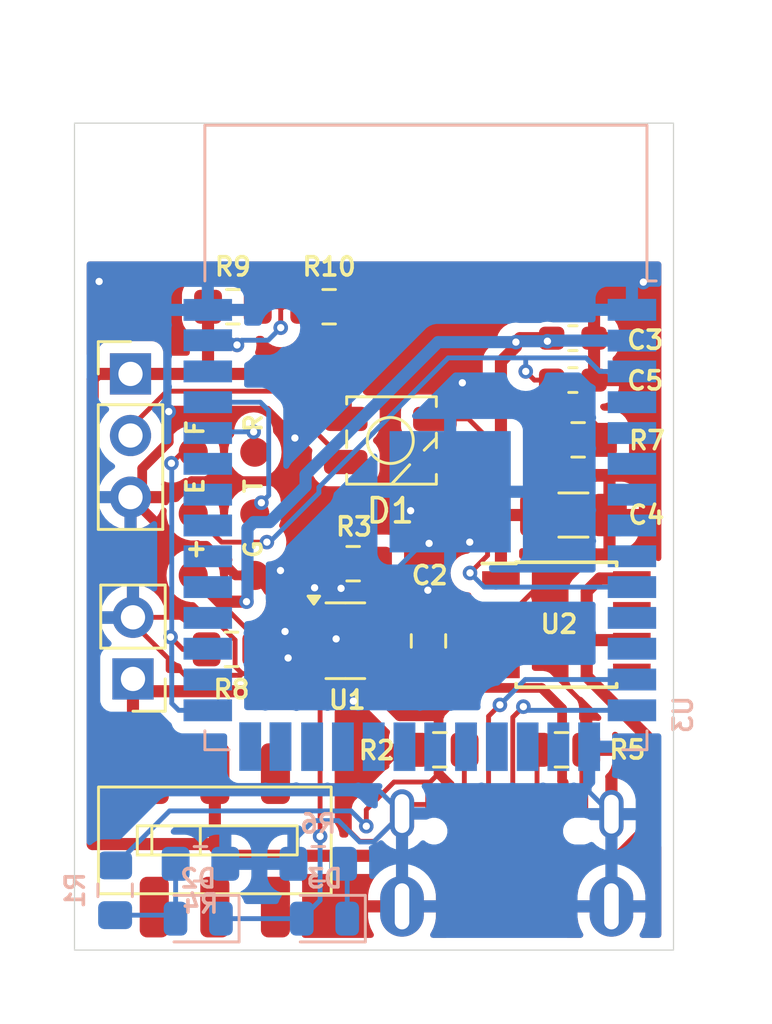
<source format=kicad_pcb>
(kicad_pcb (version 20240108) (generator "pcbnew") (generator_version "8.0")
  (layers (0 "F.Cu" signal) (31 "B.Cu" signal) (34 "B.Paste" user) (35 "F.Paste" user) (36 "B.SilkS" user "B.Silkscreen") (37 "F.SilkS" user "F.Silkscreen") (38 "B.Mask" user) (39 "F.Mask" user) (44 "Edge.Cuts" user))
  (net 0 "")
  (net 1 "GND")
  (net 2 "+BATT")
  (net 3 "Net-(U2-Bypass)")
  (net 4 "+3V3")
  (net 5 "/en")
  (net 6 "/pix")
  (net 7 "+3V8")
  (net 8 "Net-(D1-DOUT)")
  (net 9 "Net-(D2-K)")
  (net 10 "Net-(D2-A)")
  (net 11 "Net-(D3-K)")
  (net 12 "/usb+")
  (net 13 "/usb-")
  (net 14 "Net-(J3-CC2)")
  (net 15 "Net-(J3-CC1)")
  (net 16 "+5V")
  (net 19 "/tx")
  (net 20 "/flash")
  (net 21 "/rx")
  (net 22 "Net-(U1-PROG)")
  (net 23 "Net-(U3-01|T01|AD1.0)")
  (footprint "synkie_footprints:R_0805_2012Metric_Pad1.15x1.40mm_HandSolder" (layer "F.Cu") (at 145.3412 86.1568)
    (property "Reference" "R7" (at 2.8424 0.0254 0) (layer "F.SilkS") (effects (font (size 0.75 0.75))))
    (property "Value" "10k")
    (pad "1" smd roundrect (at -1.025 0) (size 1.15 1.4) (layers "F.Cu" "F.Paste" "F.Mask") (roundrect_rratio 0.217391) (net 4 "+3V3"))
    (pad "2" smd roundrect (at 1.025 0) (size 1.15 1.4) (layers "F.Cu" "F.Paste" "F.Mask") (roundrect_rratio 0.217391) (net 5 "/en"))
  )
  (footprint "synkie_footprints:C_1206_3216Metric_Pad1.42x1.75mm_HandSolder" (layer "F.Cu") (at 145.147 89.2556)
    (property "Reference" "C4" (at 3.0112 0 0) (layer "F.SilkS") (effects (font (size 0.75 0.75))))
    (property "Value" "10u")
    (pad "1" smd roundrect (at -1.4875 0) (size 1.425 1.75) (layers "F.Cu" "F.Paste" "F.Mask") (roundrect_rratio 0.175439) (net 4 "+3V3"))
    (pad "2" smd roundrect (at 1.4875 0) (size 1.425 1.75) (layers "F.Cu" "F.Paste" "F.Mask") (roundrect_rratio 0.175439) (net 1 "GND"))
  )
  (footprint "Anyma06:JS202011SCQN" (layer "F.Cu") (at 130.3528 102.6668 90)
    (property "Reference" "SW2" (hide yes))
    (property "Value" "SW_DPDT_x2")
    (pad "1" smd roundrect (at -2.75 -2.5 90) (size 2.5 1.2) (layers "F.Cu" "F.Paste" "F.Mask"))
    (pad "2" smd roundrect (at -2.75 0 90) (size 2.5 1.2) (layers "F.Cu" "F.Paste" "F.Mask"))
    (pad "3" smd roundrect (at -2.75 2.5 90) (size 2.5 1.2) (layers "F.Cu" "F.Paste" "F.Mask"))
    (pad "4" smd roundrect (at 2.75 -2.5 90) (size 2.5 1.2) (layers "F.Cu" "F.Paste" "F.Mask") (net 2 "+BATT"))
    (pad "5" smd roundrect (at 2.75 0 90) (size 2.5 1.2) (layers "F.Cu" "F.Paste" "F.Mask") (net 7 "+3V8"))
    (pad "6" smd roundrect (at 2.75 2.5 90) (size 2.5 1.2) (layers "F.Cu" "F.Paste" "F.Mask"))
  )
  (footprint "Connector_PinHeader_2.54mm:PinHeader_1x03_P2.54mm_Vertical" (layer "F.Cu") (at 126.873 83.439)
    (property "Reference" "J2" (hide yes))
    (property "Value" "pixels")
    (pad "1" thru_hole rect (at 0 0) (size 1.7 1.7) (drill 1) (layers "*.Cu" "*.Mask") (net 7 "+3V8"))
    (pad "2" thru_hole oval (at 0 2.54) (size 1.7 1.7) (drill 1) (layers "*.Cu" "*.Mask") (net 8 "Net-(D1-DOUT)"))
    (pad "3" thru_hole oval (at 0 5.08) (size 1.7 1.7) (drill 1) (layers "*.Cu" "*.Mask") (net 1 "GND"))
  )
  (footprint "synkie_footprints:C_0603_1608Metric_Pad1.05x0.95mm_HandSolder" (layer "F.Cu") (at 145.1242 83.693)
    (property "Reference" "C5" (at 2.9832 0.0254 0) (layer "F.SilkS") (effects (font (size 0.75 0.75))))
    (property "Value" "1u")
    (pad "1" smd roundrect (at -0.875 0) (size 1.05 0.95) (layers "F.Cu" "F.Paste" "F.Mask") (net 5 "/en"))
    (pad "2" smd roundrect (at 0.875 0) (size 1.05 0.95) (layers "F.Cu" "F.Paste" "F.Mask") (net 1 "GND"))
  )
  (footprint "synkie_footprints:R_0805_2012Metric_Pad1.15x1.40mm_HandSolder" (layer "F.Cu") (at 131.0386 94.7928 180)
    (property "Reference" "R8" (at 0 -1.65 180) (layer "F.SilkS") (effects (font (size 0.75 0.75))))
    (property "Value" "10k")
    (pad "1" smd roundrect (at -1.025 0 180) (size 1.15 1.4) (layers "F.Cu" "F.Paste" "F.Mask") (roundrect_rratio 0.217391) (net 4 "+3V3"))
    (pad "2" smd roundrect (at 1.025 0 180) (size 1.15 1.4) (layers "F.Cu" "F.Paste" "F.Mask") (roundrect_rratio 0.217391) (net 20 "/flash"))
  )
  (footprint "Connector_PinHeader_2.54mm:PinHeader_1x02_P2.54mm_Vertical" (layer "F.Cu") (at 126.9746 96.012 180)
    (property "Reference" "J1" (hide yes))
    (property "Value" "CELL_1")
    (pad "1" thru_hole rect (at 0 0 180) (size 1.7 1.7) (drill 1) (layers "*.Cu" "*.Mask") (net 2 "+BATT"))
    (pad "2" thru_hole oval (at 0 2.54 180) (size 1.7 1.7) (drill 1) (layers "*.Cu" "*.Mask") (net 1 "GND"))
  )
  (footprint "synkie_footprints:SOIC-8_3.9x4.9mm_P1.27mm" (layer "F.Cu") (at 144.8562 93.7768)
    (property "Reference" "U2" (at -0.3048 -0.0254 0) (layer "F.SilkS") (effects (font (size 0.75 0.75))))
    (property "Value" "TC1263")
    (pad "1" smd rect (at -2.7 -1.905) (size 1.55 0.6) (layers "F.Cu" "F.Paste" "F.Mask") (net 4 "+3V3"))
    (pad "2" smd rect (at -2.7 -0.635) (size 1.55 0.6) (layers "F.Cu" "F.Paste" "F.Mask") (net 1 "GND"))
    (pad "3" smd rect (at -2.7 0.635) (size 1.55 0.6) (layers "F.Cu" "F.Paste" "F.Mask"))
    (pad "4" smd rect (at -2.7 1.905) (size 1.55 0.6) (layers "F.Cu" "F.Paste" "F.Mask") (net 3 "Net-(U2-Bypass)"))
    (pad "5" smd rect (at 2.7 1.905) (size 1.55 0.6) (layers "F.Cu" "F.Paste" "F.Mask"))
    (pad "6" smd rect (at 2.7 0.635) (size 1.55 0.6) (layers "F.Cu" "F.Paste" "F.Mask") (net 7 "+3V8"))
    (pad "7" smd rect (at 2.7 -0.635) (size 1.55 0.6) (layers "F.Cu" "F.Paste" "F.Mask"))
    (pad "8" smd rect (at 2.7 -1.905) (size 1.55 0.6) (layers "F.Cu" "F.Paste" "F.Mask") (net 7 "+3V8"))
  )
  (footprint "synkie_footprints:R_0805_2012Metric_Pad1.15x1.40mm_HandSolder" (layer "F.Cu") (at 135.0682 80.6704)
    (property "Reference" "R10" (at 0 -1.65 0) (layer "F.SilkS") (effects (font (size 0.75 0.75))))
    (property "Value" "2k")
    (pad "1" smd roundrect (at -1.025 0) (size 1.15 1.4) (layers "F.Cu" "F.Paste" "F.Mask") (roundrect_rratio 0.217391) (net 23 "Net-(U3-01|T01|AD1.0)"))
    (pad "2" smd roundrect (at 1.025 0) (size 1.15 1.4) (layers "F.Cu" "F.Paste" "F.Mask") (roundrect_rratio 0.217391) (net 1 "GND"))
  )
  (footprint "synkie_footprints:R_0805_2012Metric_Pad1.15x1.40mm_HandSolder" (layer "F.Cu") (at 131.0968 80.6704)
    (property "Reference" "R9" (at 0 -1.65 0) (layer "F.SilkS") (effects (font (size 0.75 0.75))))
    (property "Value" "560")
    (pad "1" smd roundrect (at -1.025 0) (size 1.15 1.4) (layers "F.Cu" "F.Paste" "F.Mask") (roundrect_rratio 0.217391) (net 7 "+3V8"))
    (pad "2" smd roundrect (at 1.025 0) (size 1.15 1.4) (layers "F.Cu" "F.Paste" "F.Mask") (roundrect_rratio 0.217391) (net 23 "Net-(U3-01|T01|AD1.0)"))
  )
  (footprint "synkie_footprints:R_0805_2012Metric_Pad1.15x1.40mm_HandSolder" (layer "F.Cu") (at 139.6328 98.933 180)
    (property "Reference" "R2" (at 2.5998 -0.0254 180) (layer "F.SilkS") (effects (font (size 0.75 0.75))))
    (property "Value" "5k1")
    (pad "1" smd roundrect (at -1.025 0 180) (size 1.15 1.4) (layers "F.Cu" "F.Paste" "F.Mask") (roundrect_rratio 0.217391) (net 15 "Net-(J3-CC1)"))
    (pad "2" smd roundrect (at 1.025 0 180) (size 1.15 1.4) (layers "F.Cu" "F.Paste" "F.Mask") (roundrect_rratio 0.217391) (net 1 "GND"))
  )
  (footprint "Anyma06:SK6812-MINI-HS" (layer "F.Cu") (at 137.5918 86.1822)
    (property "Reference" "D1" (at 0 2.9 0) (layer "F.SilkS"))
    (property "Value" "SK6812MINI")
    (pad "1" smd roundrect (at -1.84 0.89) (size 1.8 1) (layers "F.Cu" "F.Paste" "F.Mask") (net 8 "Net-(D1-DOUT)"))
    (pad "2" smd roundrect (at 1.8 0.89) (size 1.8 1) (layers "F.Cu" "F.Paste" "F.Mask") (net 1 "GND"))
    (pad "3" smd roundrect (at 1.84 -0.89) (size 1.8 1) (layers "F.Cu" "F.Paste" "F.Mask") (net 6 "/pix"))
    (pad "4" smd roundrect (at -1.84 -0.89) (size 1.8 1) (layers "F.Cu" "F.Paste" "F.Mask") (net 7 "+3V8"))
  )
  (footprint "Anyma06:AnymaPOGO-ESP" (layer "F.Cu") (at 134.541 86.6648 90)
    (property "Reference" "J11" (hide yes))
    (property "Value" "Conn_01x06")
    (fp_text user "T" (at -1.4 -2.6 -90) (layer "F.SilkS") (effects (font (size 0.7 0.7))))
    (fp_text user "E" (at -1.4 -5 -90) (layer "F.SilkS") (effects (font (size 0.7 0.7))))
    (fp_text user "F" (at 1 -5 -90) (layer "F.SilkS") (effects (font (size 0.7 0.7))))
    (fp_text user "+" (at -4 -5 -90) (layer "F.SilkS") (effects (font (size 0.7 0.7))))
    (fp_text user "G" (at -4 -2.6 -90) (layer "F.SilkS") (effects (font (size 0.7 0.7))))
    (fp_text user "R" (at 1.2 -2.6 -90) (layer "F.SilkS") (effects (font (size 0.7 0.7))))
    (pad "1" smd circle (at -5.08 -5.08 90) (size 1.2 1.2) (layers "F.Cu" "F.Paste" "F.Mask") (net 4 "+3V3"))
    (pad "2" smd circle (at -2.54 -5.08 90) (size 1.2 1.2) (layers "F.Cu" "F.Paste" "F.Mask") (net 5 "/en"))
    (pad "3" smd circle (at 0 -5.08 90) (size 1.2 1.2) (layers "F.Cu" "F.Paste" "F.Mask") (net 20 "/flash"))
    (pad "4" smd circle (at 0 -2.54 90) (size 1.2 1.2) (layers "F.Cu" "F.Paste" "F.Mask") (net 21 "/rx"))
    (pad "5" smd circle (at -2.54 -2.54 90) (size 1.2 1.2) (layers "F.Cu" "F.Paste" "F.Mask") (net 19 "/tx"))
    (pad "6" smd circle (at -5.08 -2.54 90) (size 1.2 1.2) (layers "F.Cu" "F.Paste" "F.Mask") (net 1 "GND"))
  )
  (footprint "synkie_footprints:R_0805_2012Metric_Pad1.15x1.40mm_HandSolder" (layer "F.Cu") (at 144.653 98.933)
    (property "Reference" "R5" (at 2.7178 0 0) (layer "F.SilkS") (effects (font (size 0.75 0.75))))
    (property "Value" "5k1")
    (pad "1" smd roundrect (at -1.025 0) (size 1.15 1.4) (layers "F.Cu" "F.Paste" "F.Mask") (roundrect_rratio 0.217391) (net 14 "Net-(J3-CC2)"))
    (pad "2" smd roundrect (at 1.025 0) (size 1.15 1.4) (layers "F.Cu" "F.Paste" "F.Mask") (roundrect_rratio 0.217391) (net 1 "GND"))
  )
  (footprint "synkie_footprints:JAE_USB-C_SJ122205" (layer "F.Cu") (at 142.3954 102.2862)
    (property "Reference" "J3" (hide yes))
    (property "Value" "USB_C_Receptacle_USB2.0")
    (pad "" np_thru_hole circle (at -3 0) (size 0.6 0.6) (drill 0.6) (layers "*.Cu" "*.Mask"))
    (pad "" np_thru_hole oval (at 3 0) (size 0.85 0.6) (drill oval 0.85 0.6) (layers "*.Cu" "*.Mask"))
    (pad "A1" smd rect (at -3.1 -1.1) (size 0.52 1) (layers "F.Cu" "F.Paste" "F.Mask") (net 1 "GND"))
    (pad "A4" smd rect (at -2.35 -1.1) (size 0.52 1) (layers "F.Cu" "F.Paste" "F.Mask") (net 16 "+5V"))
    (pad "A5" smd rect (at -1.75 -1.1) (size 0.27 1) (layers "F.Cu" "F.Paste" "F.Mask") (net 15 "Net-(J3-CC1)"))
    (pad "A6" smd rect (at -0.25 -1.1) (size 0.27 1) (layers "F.Cu" "F.Paste" "F.Mask") (net 12 "/usb+"))
    (pad "A7" smd rect (at 0.75 -1.1) (size 0.27 1) (layers "F.Cu" "F.Paste" "F.Mask") (net 13 "/usb-"))
    (pad "A8" smd rect (at 1.75 -1.1) (size 0.27 1) (layers "F.Cu" "F.Paste" "F.Mask"))
    (pad "A9" smd rect (at 2.35 -1.1) (size 0.52 1) (layers "F.Cu" "F.Paste" "F.Mask") (net 16 "+5V"))
    (pad "A12" smd rect (at 3.1 -1.1) (size 0.52 1) (layers "F.Cu" "F.Paste" "F.Mask") (net 1 "GND"))
    (pad "B5" smd rect (at 1.25 -1.1) (size 0.27 1) (layers "F.Cu" "F.Paste" "F.Mask") (net 14 "Net-(J3-CC2)"))
    (pad "B6" smd rect (at 0.25 -1.1) (size 0.27 1) (layers "F.Cu" "F.Paste" "F.Mask") (net 12 "/usb+"))
    (pad "B7" smd rect (at -0.75 -1.1) (size 0.27 1) (layers "F.Cu" "F.Paste" "F.Mask") (net 13 "/usb-"))
    (pad "B8" smd rect (at -1.25 -1.1) (size 0.27 1) (layers "F.Cu" "F.Paste" "F.Mask"))
    (pad "MT" smd rect (at -1.4 3.2) (size 1 2) (layers "F.Cu" "F.Paste" "F.Mask"))
    (pad "MT" smd rect (at 1.4 3.2) (size 1 2) (layers "F.Cu" "F.Paste" "F.Mask"))
    (pad "S1" thru_hole oval (at -4.32 -0.725) (size 1 2) (drill oval 0.6 1.6) (layers "*.Cu" "*.Mask") (net 1 "GND"))
    (pad "S1" thru_hole oval (at -4.32 3.1) (size 1.8 2.5) (drill oval 0.6 1.9) (layers "*.Cu" "*.Mask") (net 1 "GND"))
    (pad "S1" thru_hole oval (at 4.32 -0.7) (size 1 2) (drill oval 0.6 1.6) (layers "*.Cu" "*.Mask") (net 1 "GND"))
    (pad "S1" thru_hole oval (at 4.32 3.1) (size 1.8 2.5) (drill oval 0.6 1.9) (layers "*.Cu" "*.Mask") (net 1 "GND"))
  )
  (footprint "synkie_footprints:C_0805_2012Metric_Pad1.15x1.40mm_HandSolder" (layer "F.Cu") (at 139.1666 94.4462 90)
    (property "Reference" "C2" (at 2.7014 0.0508 0) (layer "F.SilkS") (effects (font (size 0.75 0.75))))
    (property "Value" "470p")
    (pad "1" smd roundrect (at -1.025 0 90) (size 1.15 1.4) (layers "F.Cu" "F.Paste" "F.Mask") (roundrect_rratio 0.217391) (net 3 "Net-(U2-Bypass)"))
    (pad "2" smd roundrect (at 1.025 0 90) (size 1.15 1.4) (layers "F.Cu" "F.Paste" "F.Mask") (roundrect_rratio 0.217391) (net 1 "GND"))
  )
  (footprint "synkie_footprints:C_0603_1608Metric_Pad1.05x0.95mm_HandSolder" (layer "F.Cu") (at 145.1242 81.9658)
    (property "Reference" "C3" (at 2.9832 0.0762 0) (layer "F.SilkS") (effects (font (size 0.75 0.75))))
    (property "Value" "100n")
    (pad "1" smd roundrect (at -0.875 0) (size 1.05 0.95) (layers "F.Cu" "F.Paste" "F.Mask") (net 4 "+3V3"))
    (pad "2" smd roundrect (at 0.875 0) (size 1.05 0.95) (layers "F.Cu" "F.Paste" "F.Mask") (net 1 "GND"))
  )
  (footprint "synkie_footprints:R_0805_2012Metric_Pad1.15x1.40mm_HandSolder" (layer "F.Cu") (at 136.0588 91.2622 180)
    (property "Reference" "R3" (at -0.0344 1.524 180) (layer "F.SilkS") (effects (font (size 0.75 0.75))))
    (property "Value" "2k")
    (pad "1" smd roundrect (at -1.025 0 180) (size 1.15 1.4) (layers "F.Cu" "F.Paste" "F.Mask") (roundrect_rratio 0.217391) (net 22 "Net-(U1-PROG)"))
    (pad "2" smd roundrect (at 1.025 0 180) (size 1.15 1.4) (layers "F.Cu" "F.Paste" "F.Mask") (roundrect_rratio 0.217391) (net 1 "GND"))
  )
  (footprint "Package_TO_SOT_SMD:SOT-23-5" (layer "F.Cu") (at 135.7376 94.4372)
    (property "Reference" "U1" (at 0.0762 2.4384 0) (layer "F.SilkS") (effects (font (size 0.75 0.75))))
    (property "Value" "MCP73831-2-OT")
    (pad "1" smd roundrect (at -1.1375 -0.95) (size 1.325 0.6) (layers "F.Cu" "F.Paste" "F.Mask") (net 9 "Net-(D2-K)"))
    (pad "2" smd roundrect (at -1.1375 0) (size 1.325 0.6) (layers "F.Cu" "F.Paste" "F.Mask") (net 1 "GND"))
    (pad "3" smd roundrect (at -1.1375 0.95) (size 1.325 0.6) (layers "F.Cu" "F.Paste" "F.Mask") (net 2 "+BATT"))
    (pad "4" smd roundrect (at 1.1375 0.95) (size 1.325 0.6) (layers "F.Cu" "F.Paste" "F.Mask") (net 16 "+5V"))
    (pad "5" smd roundrect (at 1.1375 -0.95) (size 1.325 0.6) (layers "F.Cu" "F.Paste" "F.Mask") (net 22 "Net-(U1-PROG)"))
  )
  (footprint "LED_SMD:LED_0805_2012Metric" (layer "B.Cu") (at 134.8763 105.8926 180)
    (property "Reference" "D3" (at 0 1.65 180) (layer "B.SilkS") (effects (font (size 0.75 0.75)) (justify mirror)))
    (property "Value" "RDY")
    (pad "1" smd roundrect (at -0.9375 0 180) (size 0.975 1.4) (layers "B.Cu" "B.Paste" "B.Mask") (net 11 "Net-(D3-K)"))
    (pad "2" smd roundrect (at 0.9375 0 180) (size 0.975 1.4) (layers "B.Cu" "B.Paste" "B.Mask") (net 9 "Net-(D2-K)"))
  )
  (footprint "synkie_footprints:R_0805_2012Metric_Pad1.15x1.40mm_HandSolder" (layer "B.Cu") (at 134.62 103.632 180)
    (property "Reference" "R6" (at 0 1.65 180) (layer "B.SilkS") (effects (font (size 0.75 0.75)) (justify mirror)))
    (property "Value" "2k")
    (pad "1" smd roundrect (at -1.025 0 180) (size 1.15 1.4) (layers "B.Cu" "B.Paste" "B.Mask") (roundrect_rratio 0.217391) (net 11 "Net-(D3-K)"))
    (pad "2" smd roundrect (at 1.025 0 180) (size 1.15 1.4) (layers "B.Cu" "B.Paste" "B.Mask") (roundrect_rratio 0.217391) (net 1 "GND"))
  )
  (footprint "LED_SMD:LED_0805_2012Metric" (layer "B.Cu") (at 129.667 105.8926 180)
    (property "Reference" "D2" (at 0 1.65 180) (layer "B.SilkS") (effects (font (size 0.75 0.75)) (justify mirror)))
    (property "Value" "CHRG")
    (pad "1" smd roundrect (at -0.9375 0 180) (size 0.975 1.4) (layers "B.Cu" "B.Paste" "B.Mask") (net 9 "Net-(D2-K)"))
    (pad "2" smd roundrect (at 0.9375 0 180) (size 0.975 1.4) (layers "B.Cu" "B.Paste" "B.Mask") (net 10 "Net-(D2-A)"))
  )
  (footprint "synkie_footprints:R_0805_2012Metric_Pad1.15x1.40mm_HandSolder" (layer "B.Cu") (at 129.7596 103.632)
    (property "Reference" "R4" (at 0 1.65 0) (layer "B.SilkS") (effects (font (size 0.75 0.75)) (justify mirror)))
    (property "Value" "2k")
    (pad "1" smd roundrect (at -1.025 0) (size 1.15 1.4) (layers "B.Cu" "B.Paste" "B.Mask") (roundrect_rratio 0.217391) (net 10 "Net-(D2-A)"))
    (pad "2" smd roundrect (at 1.025 0) (size 1.15 1.4) (layers "B.Cu" "B.Paste" "B.Mask") (roundrect_rratio 0.217391) (net 1 "GND"))
  )
  (footprint "2022_midi_controller:ESP32-S3-WROOM" (layer "B.Cu") (at 139.061 89.051 180)
    (property "Reference" "U3" (at -10.61 -8.43 -90) (layer "B.SilkS") (effects (font (size 0.75 0.75)) (justify mirror)))
    (property "Value" "ESP32-S3-WROOM")
    (pad "1" smd rect (at -8.5 8.255 180) (size 2 0.9) (layers "B.Cu" "B.Paste" "B.Mask") (net 1 "GND"))
    (pad "2" smd rect (at -8.5 6.985 180) (size 2 0.9) (layers "B.Cu" "B.Paste" "B.Mask") (net 4 "+3V3"))
    (pad "3" smd rect (at -8.5 5.715 180) (size 2 0.9) (layers "B.Cu" "B.Paste" "B.Mask") (net 5 "/en"))
    (pad "4" smd rect (at -8.5 4.445 180) (size 2 0.9) (layers "B.Cu" "B.Paste" "B.Mask"))
    (pad "5" smd rect (at -8.5 3.175 180) (size 2 0.9) (layers "B.Cu" "B.Paste" "B.Mask"))
    (pad "6" smd rect (at -8.5 1.905 180) (size 2 0.9) (layers "B.Cu" "B.Paste" "B.Mask"))
    (pad "7" smd rect (at -8.5 0.635 180) (size 2 0.9) (layers "B.Cu" "B.Paste" "B.Mask"))
    (pad "8" smd rect (at -8.5 -0.635 180) (size 2 0.9) (layers "B.Cu" "B.Paste" "B.Mask"))
    (pad "9" smd rect (at -8.5 -1.905 180) (size 2 0.9) (layers "B.Cu" "B.Paste" "B.Mask"))
    (pad "10" smd rect (at -8.5 -3.175 180) (size 2 0.9) (layers "B.Cu" "B.Paste" "B.Mask") (net 6 "/pix"))
    (pad "11" smd rect (at -8.5 -4.445 180) (size 2 0.9) (layers "B.Cu" "B.Paste" "B.Mask"))
    (pad "12" smd rect (at -8.5 -5.715 180) (size 2 0.9) (layers "B.Cu" "B.Paste" "B.Mask"))
    (pad "13" smd rect (at -8.5 -6.985 180) (size 2 0.9) (layers "B.Cu" "B.Paste" "B.Mask") (net 13 "/usb-"))
    (pad "14" smd rect (at -8.5 -8.255 180) (size 2 0.9) (layers "B.Cu" "B.Paste" "B.Mask") (net 12 "/usb+"))
    (pad "15" smd rect (at -6.735 -9.755 90) (size 2 0.9) (layers "B.Cu" "B.Paste" "B.Mask") (net 1 "GND"))
    (pad "16" smd rect (at -5.465 -9.755 90) (size 2 0.9) (layers "B.Cu" "B.Paste" "B.Mask"))
    (pad "17" smd rect (at -4.195 -9.755 90) (size 2 0.9) (layers "B.Cu" "B.Paste" "B.Mask"))
    (pad "18" smd rect (at -2.925 -9.755 90) (size 2 0.9) (layers "B.Cu" "B.Paste" "B.Mask"))
    (pad "19" smd rect (at -1.655 -9.755 90) (size 2 0.9) (layers "B.Cu" "B.Paste" "B.Mask"))
    (pad "20" smd rect (at -0.385 -9.755 90) (size 2 0.9) (layers "B.Cu" "B.Paste" "B.Mask"))
    (pad "21" smd rect (at 0.885 -9.755 90) (size 2 0.9) (layers "B.Cu" "B.Paste" "B.Mask"))
    (pad "22" smd rect (at 2.155 -9.755 90) (size 2 0.9) (layers "B.Cu" "B.Paste" "B.Mask"))
    (pad "23" smd rect (at 3.425 -9.755 90) (size 2 0.9) (layers "B.Cu" "B.Paste" "B.Mask"))
    (pad "24" smd rect (at 4.695 -9.755 90) (size 2 0.9) (layers "B.Cu" "B.Paste" "B.Mask"))
    (pad "25" smd rect (at 6 -9.75 90) (size 2 0.9) (layers "B.Cu" "B.Paste" "B.Mask"))
    (pad "26" smd rect (at 7.25 -9.75 90) (size 2 0.9) (layers "B.Cu" "B.Paste" "B.Mask"))
    (pad "27" smd rect (at 9 -8.255 180) (size 2 0.9) (layers "B.Cu" "B.Paste" "B.Mask") (net 20 "/flash"))
    (pad "28" smd rect (at 9 -6.985 180) (size 2 0.9) (layers "B.Cu" "B.Paste" "B.Mask"))
    (pad "29" smd rect (at 9 -5.715 180) (size 2 0.9) (layers "B.Cu" "B.Paste" "B.Mask"))
    (pad "30" smd rect (at 9 -4.445 180) (size 2 0.9) (layers "B.Cu" "B.Paste" "B.Mask"))
    (pad "31" smd rect (at 9 -3.175 180) (size 2 0.9) (layers "B.Cu" "B.Paste" "B.Mask"))
    (pad "32" smd rect (at 9 -1.905 180) (size 2 0.9) (layers "B.Cu" "B.Paste" "B.Mask"))
    (pad "33" smd rect (at 9 -0.635 180) (size 2 0.9) (layers "B.Cu" "B.Paste" "B.Mask"))
    (pad "34" smd rect (at 9 0.635 180) (size 2 0.9) (layers "B.Cu" "B.Paste" "B.Mask"))
    (pad "35" smd rect (at 9 1.905 180) (size 2 0.9) (layers "B.Cu" "B.Paste" "B.Mask"))
    (pad "36" smd rect (at 9 3.175 180) (size 2 0.9) (layers "B.Cu" "B.Paste" "B.Mask") (net 21 "/rx"))
    (pad "37" smd rect (at 9 4.445 180) (size 2 0.9) (layers "B.Cu" "B.Paste" "B.Mask") (net 19 "/tx"))
    (pad "38" smd rect (at 9 5.715 180) (size 2 0.9) (layers "B.Cu" "B.Paste" "B.Mask"))
    (pad "39" smd rect (at 9 7 180) (size 2 0.9) (layers "B.Cu" "B.Paste" "B.Mask") (net 23 "Net-(U3-01|T01|AD1.0)"))
    (pad "40" smd rect (at 9 8.25 180) (size 2 0.9) (layers "B.Cu" "B.Paste" "B.Mask") (net 1 "GND"))
    (pad "41" smd rect (at -1 0.755 180) (size 5 5) (layers "B.Cu" "B.Paste" "B.Mask") (net 1 "GND"))
    (zone (net 0) (net_name "") (layers "*.Cu") (connect_pads (clearance 0)) (min_thickness 0.254)
      (keepout (tracks not_allowed) (vias not_allowed) (pads not_allowed) (copperpour not_allowed) (footprints not_allowed))
      (fill (thermal_gap 0.508) (thermal_bridge_width 0.508))
      (polygon (pts (xy 124.811 78.801) (xy 153.311 78.801) (xy 153.311 68.051) (xy 124.811 68.051)))
    )
  )
  (footprint "synkie_footprints:R_0805_2012Metric_Pad1.15x1.40mm_HandSolder" (layer "B.Cu") (at 126.238 104.7242 -90)
    (property "Reference" "R1" (at 0 1.65 90) (layer "B.SilkS") (effects (font (size 0.75 0.75)) (justify mirror)))
    (property "Value" "2k")
    (pad "1" smd roundrect (at -1.025 0 270) (size 1.15 1.4) (layers "B.Cu" "B.Paste" "B.Mask") (roundrect_rratio 0.217391) (net 16 "+5V"))
    (pad "2" smd roundrect (at 1.025 0 270) (size 1.15 1.4) (layers "B.Cu" "B.Paste" "B.Mask") (roundrect_rratio 0.217391) (net 10 "Net-(D2-A)"))
  )
  (gr_rect (start 124.5616 73.1012) (end 149.2758 107.188) (stroke (width 0.05)) (fill none) (layer "Edge.Cuts"))
  (segment (start 135.0338 91.2622) (end 135.0338 91.6866) (width 0.2) (layer "F.Cu") (net 1))
  (segment (start 126.9746 93.472) (end 126.9746 93.712) (width 0.2) (layer "F.Cu") (net 1))
  (segment (start 126.9746 93.712) (end 129.123696 95.861096) (width 0.2) (layer "F.Cu") (net 1))
  (segment (start 141.8768 93.4212) (end 142.1562 93.1418) (width 0.2) (layer "F.Cu") (net 1))
  (segment (start 132.001 91.7448) (end 132.859235 91.7448) (width 0.2) (layer "F.Cu") (net 1))
  (segment (start 139.1666 93.4212) (end 141.8768 93.4212) (width 0.2) (layer "F.Cu") (net 1))
  (segment (start 126.873 88.519) (end 128.8796 90.5256) (width 0.4) (layer "F.Cu") (net 1))
  (segment (start 138.4504 101.1862) (end 138.0754 101.5612) (width 0.2) (layer "F.Cu") (net 1))
  (segment (start 132.859235 91.7448) (end 133.0602 91.543835) (width 0.2) (layer "F.Cu") (net 1))
  (segment (start 142.7483 93.1418) (end 146.6345 89.2556) (width 0.2) (layer "F.Cu") (net 1))
  (segment (start 139.2954 101.1862) (end 138.4504 101.1862) (width 0.2) (layer "F.Cu") (net 1))
  (segment (start 130.252544 93.472) (end 131.1886 94.408056) (width 0.2) (layer "F.Cu") (net 1))
  (segment (start 145.678 98.933) (end 145.678 97.1386) (width 0.2) (layer "F.Cu") (net 1))
  (segment (start 126.873 88.519) (end 128.732586 88.519) (width 0.4) (layer "F.Cu") (net 1))
  (segment (start 135.0338 91.6866) (end 134.4676 92.2528) (width 0.2) (layer "F.Cu") (net 1))
  (segment (start 127.3556 88.519) (end 127.3556 87.337448) (width 0.4) (layer "F.Cu") (net 1))
  (segment (start 134.0866 94.4372) (end 133.3754 95.1484) (width 0.2) (layer "F.Cu") (net 1))
  (segment (start 131.1886 95.5016) (end 131.4798 95.7928) (width 0.2) (layer "F.Cu") (net 1))
  (segment (start 135.9004 102.275639) (end 136.331961 102.7072) (width 0.2) (layer "F.Cu") (net 1))
  (segment (start 126.873 88.519) (end 127.3556 88.519) (width 0.4) (layer "F.Cu") (net 1))
  (segment (start 132.001 91.7448) (end 132.849528 91.7448) (width 0.2) (layer "F.Cu") (net 1))
  (segment (start 128.8796 90.5256) (end 129.9972 90.5256) (width 0.4) (layer "F.Cu") (net 1))
  (segment (start 128.732586 88.519) (end 129.392986 87.8586) (width 0.4) (layer "F.Cu") (net 1))
  (segment (start 138.6078 98.933) (end 138.0328 98.933) (width 0.2) (layer "F.Cu") (net 1))
  (segment (start 134.6001 94.4372) (end 135.2804 94.4372) (width 0.2) (layer "F.Cu") (net 1))
  (segment (start 142.1562 93.1418) (end 142.7483 93.1418) (width 0.2) (layer "F.Cu") (net 1))
  (segment (start 134.6001 94.4372) (end 133.6294 94.4372) (width 0.2) (layer "F.Cu") (net 1))
  (segment (start 129.9972 90.5256) (end 131.2164 91.7448) (width 0.4) (layer "F.Cu") (net 1))
  (segment (start 133.3754 86.36) (end 133.6548 86.0806) (width 0.4) (layer "F.Cu") (net 1))
  (segment (start 136.331961 102.7072) (end 136.9294 102.7072) (width 0.2) (layer "F.Cu") (net 1))
  (segment (start 129.392986 87.8586) (end 133.3754 87.8586) (width 0.4) (layer "F.Cu") (net 1))
  (segment (start 126.9746 93.472) (end 130.252544 93.472) (width 0.2) (layer "F.Cu") (net 1))
  (segment (start 135.5344 92.2528) (end 135.5598 92.2782) (width 0.2) (layer "F.Cu") (net 1))
  (segment (start 144.112 95.5726) (end 144.112 94.6226) (width 0.2) (layer "F.Cu") (net 1))
  (segment (start 145.4954 99.1156) (end 145.678 98.933) (width 0.2) (layer "F.Cu") (net 1))
  (segment (start 136.9294 102.7072) (end 138.0754 101.5612) (width 0.2) (layer "F.Cu") (net 1))
  (segment (start 127.3556 87.337448) (end 128.45022 86.242828) (width 0.4) (layer "F.Cu") (net 1))
  (segment (start 131.4798 95.7928) (end 132.731 95.7928) (width 0.2) (layer "F.Cu") (net 1))
  (segment (start 133.3754 87.8586) (end 133.3754 86.36) (width 0.4) (layer "F.Cu") (net 1))
  (segment (start 132.849528 91.7448) (end 135.516528 89.0778) (width 0.2) (layer "F.Cu") (net 1))
  (segment (start 135.9004 101.0654) (end 135.9004 102.275639) (width 0.2) (layer "F.Cu") (net 1))
  (segment (start 145.678 97.1386) (end 144.112 95.5726) (width 0.2) (layer "F.Cu") (net 1))
  (segment (start 129.123696 95.861096) (end 129.4384 95.861096) (width 0.2) (layer "F.Cu") (net 1))
  (segment (start 134.4676 92.2528) (end 135.5344 92.2528) (width 0.2) (layer "F.Cu") (net 1))
  (segment (start 131.411504 95.861096) (end 129.4384 95.861096) (width 0.2) (layer "F.Cu") (net 1))
  (segment (start 134.6001 94.4372) (end 134.0866 94.4372) (width 0.2) (layer "F.Cu") (net 1))
  (segment (start 142.6312 93.1418) (end 142.1562 93.1418) (width 0.2) (layer "F.Cu") (net 1))
  (segment (start 145.4954 101.1862) (end 145.4954 99.1156) (width 0.2) (layer "F.Cu") (net 1))
  (segment (start 131.1886 94.408056) (end 131.1886 95.5016) (width 0.2) (layer "F.Cu") (net 1))
  (segment (start 135.2804 94.4372) (end 135.3566 94.361) (width 0.2) (layer "F.Cu") (net 1))
  (segment (start 128.45022 86.242828) (end 128.45022 84.99082) (width 0.4) (layer "F.Cu") (net 1))
  (segment (start 135.516528 89.0778) (end 138.43 89.0778) (width 0.2) (layer "F.Cu") (net 1))
  (segment (start 138.0328 98.933) (end 135.9004 101.0654) (width 0.2) (layer "F.Cu") (net 1))
  (segment (start 133.6294 94.4372) (end 133.2484 94.0562) (width 0.2) (layer "F.Cu") (net 1))
  (segment (start 131.4798 95.7928) (end 131.411504 95.861096) (width 0.2) (layer "F.Cu") (net 1))
  (segment (start 144.112 94.6226) (end 142.6312 93.1418) (width 0.2) (layer "F.Cu") (net 1))
  (segment (start 132.731 95.7928) (end 133.3754 95.1484) (width 0.2) (layer "F.Cu") (net 1))
  (segment (start 131.2164 91.7448) (end 132.001 91.7448) (width 0.4) (layer "F.Cu") (net 1))
  (via (at 125.5776 79.629) (size 0.6) (drill 0.3) (layers "F.Cu" "B.Cu") (net 1))
  (via (at 133.6548 86.0806) (size 0.6) (drill 0.3) (layers "F.Cu" "B.Cu") (net 1))
  (via (at 140.8684 90.3732) (size 0.6) (drill 0.3) (layers "F.Cu" "B.Cu") (net 1))
  (via (at 140.5636 83.805) (size 0.6) (drill 0.3) (layers "F.Cu" "B.Cu") (net 1))
  (via (at 135.3566 94.361) (size 0.6) (drill 0.3) (layers "F.Cu" "B.Cu") (net 1))
  (via (at 133.0602 91.543835) (size 0.6) (drill 0.3) (layers "F.Cu" "B.Cu") (net 1))
  (via (at 133.3754 95.1484) (size 0.6) (drill 0.3) (layers "F.Cu" "B.Cu") (net 1))
  (via (at 139.1412 92.3544) (size 0.6) (drill 0.3) (layers "F.Cu" "B.Cu") (net 1))
  (via (at 133.2484 94.0562) (size 0.6) (drill 0.3) (layers "F.Cu" "B.Cu") (net 1))
  (via (at 148.0312 79.6544) (size 0.6) (drill 0.3) (layers "F.Cu" "B.Cu") (net 1))
  (via (at 134.4676 92.2528) (size 0.6) (drill 0.3) (layers "F.Cu" "B.Cu") (net 1))
  (via (at 138.43 89.0778) (size 0.6) (drill 0.3) (layers "F.Cu" "B.Cu") (net 1))
  (via (at 135.5598 92.2782) (size 0.6) (drill 0.3) (layers "F.Cu" "B.Cu") (net 1))
  (via (at 139.192 90.424) (size 0.6) (drill 0.3) (layers "F.Cu" "B.Cu") (net 1))
  (via (at 136.0678 96.9264) (size 0.6) (drill 0.3) (layers "F.Cu" "B.Cu") (net 1))
  (via (at 128.45022 84.99082) (size 0.6) (drill 0.3) (layers "F.Cu" "B.Cu") (net 1))
  (segment (start 136.9966 100.4824) (end 127.381 100.4824) (width 0.2) (layer "B.Cu") (net 1))
  (segment (start 133.2484 94.0562) (end 133.2484 95.0214) (width 0.2) (layer "B.Cu") (net 1))
  (segment (start 133.595 103.632) (end 133.595 102.682476) (width 0.2) (layer "B.Cu") (net 1))
  (segment (start 126.8038 93.6428) (end 126.9746 93.472) (width 0.2) (layer "B.Cu") (net 1))
  (segment (start 125.3744 93.6428) (end 126.8038 93.6428) (width 0.2) (layer "B.Cu") (net 1))
  (segment (start 136.331961 102.7326) (end 136.904 102.7326) (width 0.2) (layer "B.Cu") (net 1))
  (segment (start 139.9032 89.0778) (end 140.8684 90.043) (width 0.2) (layer "B.Cu") (net 1))
  (segment (start 140.061 89.2756) (end 140.061 88.296) (width 0.2) (layer "B.Cu") (net 1))
  (segment (start 139.192 90.424) (end 139.192 90.1446) (width 0.2) (layer "B.Cu") (net 1))
  (segment (start 134.4676 92.837) (end 133.2484 94.0562) (width 0.2) (layer "B.Cu") (net 1))
  (segment (start 133.2484 95.0214) (end 133.3754 95.1484) (width 0.2) (layer "B.Cu") (net 1))
  (segment (start 139.192 90.1446) (end 140.061 89.2756) (width 0.2) (layer "B.Cu") (net 1))
  (segment (start 125.3744 98.4758) (end 125.3744 93.6428) (width 0.2) (layer "B.Cu") (net 1))
  (segment (start 145.796 100.6668) (end 146.7154 101.5862) (width 0.2) (layer "B.Cu") (net 1))
  (segment (start 135.3566 94.361) (end 133.5532 94.361) (width 0.2) (layer "B.Cu") (net 1))
  (segment (start 145.796 98.806) (end 145.796 100.6668) (width 0.2) (layer "B.Cu") (net 1))
  (segment (start 146.7154 101.5862) (end 146.7154 105.3862) (width 0.2) (layer "B.Cu") (net 1))
  (segment (start 135.5598 92.2782) (end 135.5598 94.1578) (width 0.2) (layer "B.Cu") (net 1))
  (segment (start 138.0754 101.5612) (end 136.9966 100.4824) (width 0.2) (layer "B.Cu") (net 1))
  (segment (start 135.5598 94.1578) (end 135.3566 94.361) (width 0.2) (layer "B.Cu") (net 1))
  (segment (start 140.8684 90.3732) (end 141.1986 90.3732) (width 0.2) (layer "B.Cu") (net 1))
  (segment (start 134.4676 92.2528) (end 134.4676 92.837) (width 0.2) (layer "B.Cu") (net 1))
  (segment (start 130.7846 103.632) (end 133.595 103.632) (width 0.2) (layer "B.Cu") (net 1))
  (segment (start 140.8684 90.043) (end 140.8684 90.3732) (width 0.2) (layer "B.Cu") (net 1))
  (segment (start 133.595 102.682476) (end 134.425676 101.8518) (width 0.2) (layer "B.Cu") (net 1))
  (segment (start 141.1986 90.3732) (end 141.2748 90.4494) (width 0.2) (layer "B.Cu") (net 1))
  (segment (start 133.5532 94.361) (end 133.2484 94.0562) (width 0.2) (layer "B.Cu") (net 1))
  (segment (start 138.9126 90.424) (end 139.192 90.424) (width 0.2) (layer "B.Cu") (net 1))
  (segment (start 134.4676 92.2528) (end 133.769165 92.2528) (width 0.2) (layer "B.Cu") (net 1))
  (segment (start 138.43 89.0778) (end 139.9032 89.0778) (width 0.2) (layer "B.Cu") (net 1))
  (segment (start 134.425676 101.8518) (end 135.451161 101.8518) (width 0.2) (layer "B.Cu") (net 1))
  (segment (start 141.2748 89.5098) (end 141.2748 90.4494) (width 0.2) (layer "B.Cu") (net 1))
  (segment (start 127.381 100.4824) (end 125.3744 98.4758) (width 0.2) (layer "B.Cu") (net 1))
  (segment (start 134.1882 95.1484) (end 138.9126 90.424) (width 0.2) (layer "B.Cu") (net 1))
  (segment (start 136.904 102.7326) (end 138.0754 101.5612) (width 0.2) (layer "B.Cu") (net 1))
  (segment (start 138.0754 101.5612) (end 138.0754 105.3862) (width 0.2) (layer "B.Cu") (net 1))
  (segment (start 133.3754 95.1484) (end 134.1882 95.1484) (width 0.2) (layer "B.Cu") (net 1))
  (segment (start 135.451161 101.8518) (end 136.331961 102.7326) (width 0.2) (layer "B.Cu") (net 1))
  (segment (start 133.769165 92.2528) (end 133.0602 91.543835) (width 0.2) (layer "B.Cu") (net 1))
  (segment (start 140.061 88.296) (end 141.2748 89.5098) (width 0.2) (layer "B.Cu") (net 1))
  (segment (start 126.9746 96.012) (end 126.9746 99.0386) (width 0.5) (layer "F.Cu") (net 2))
  (segment (start 134.6001 95.3872) (end 133.4673 96.52) (width 0.5) (layer "F.Cu") (net 2))
  (segment (start 126.9746 99.0386) (end 127.8528 99.9168) (width 0.5) (layer "F.Cu") (net 2))
  (segment (start 133.4673 96.52) (end 127.4826 96.52) (width 0.5) (layer "F.Cu") (net 2))
  (segment (start 127.4826 96.52) (end 126.9746 96.012) (width 0.5) (layer "F.Cu") (net 2))
  (segment (start 139.3772 95.6818) (end 139.1666 95.4712) (width 0.2) (layer "F.Cu") (net 3))
  (segment (start 142.1562 95.6818) (end 139.3772 95.6818) (width 0.2) (layer "F.Cu") (net 3))
  (segment (start 142.1562 89.2556) (end 142.1562 82.929018) (width 0.5) (layer "F.Cu") (net 4))
  (segment (start 144.3162 86.1568) (end 144.3162 88.5989) (width 0.2) (layer "F.Cu") (net 4))
  (segment (start 142.937 81.9658) (end 142.7742 82.1286) (width 0.5) (layer "F.Cu") (net 4))
  (segment (start 142.7742 82.311018) (end 142.7742 82.1286) (width 0.5) (layer "F.Cu") (net 4))
  (segment (start 132.0636 94.3474) (end 132.0636 94.7928) (width 0.2) (layer "F.Cu") (net 4))
  (segment (start 129.461 91.7448) (end 130.543396 92.827196) (width 0.5) (layer "F.Cu") (net 4))
  (segment (start 130.543396 92.827196) (end 131.6586 92.827196) (width 0.5) (layer "F.Cu") (net 4))
  (segment (start 129.461 91.7448) (end 132.0636 94.3474) (width 0.2) (layer "F.Cu") (net 4))
  (segment (start 142.1562 82.929018) (end 142.7742 82.311018) (width 0.5) (layer "F.Cu") (net 4))
  (segment (start 144.2492 81.9658) (end 142.937 81.9658) (width 0.5) (layer "F.Cu") (net 4))
  (segment (start 143.6595 89.2556) (end 142.1562 89.2556) (width 0.5) (layer "F.Cu") (net 4))
  (segment (start 142.1562 91.8718) (end 141.946 92.082) (width 0.5) (layer "F.Cu") (net 4))
  (segment (start 142.1562 91.8718) (end 142.1562 89.2556) (width 0.5) (layer "F.Cu") (net 4))
  (segment (start 144.3162 88.5989) (end 143.6595 89.2556) (width 0.2) (layer "F.Cu") (net 4))
  (via (at 142.7742 82.1286) (size 0.6) (drill 0.3) (layers "F.Cu" "B.Cu") (net 4))
  (via (at 144.0742 82.0908) (size 0.6) (drill 0.3) (layers "F.Cu" "B.Cu") (net 4))
  (via (at 131.6586 92.827196) (size 0.6) (drill 0.3) (layers "F.Cu" "B.Cu") (net 4))
  (segment (start 144.0742 82.0908) (end 142.812 82.0908) (width 0.5) (layer "B.Cu") (net 4))
  (segment (start 131.699 92.786796) (end 131.6586 92.827196) (width 0.5) (layer "B.Cu") (net 4))
  (segment (start 134.0954 87.5958) (end 134.0954 88.066971) (width 0.5) (layer "B.Cu") (net 4))
  (segment (start 132.614571 89.5478) (end 131.951829 89.5478) (width 0.5) (layer "B.Cu") (net 4))
  (segment (start 147.561 82.066) (end 144.099 82.066) (width 0.5) (layer "B.Cu") (net 4))
  (segment (start 139.5626 82.1286) (end 134.0954 87.5958) (width 0.5) (layer "B.Cu") (net 4))
  (segment (start 144.099 82.066) (end 144.0742 82.0908) (width 0.5) (layer "B.Cu") (net 4))
  (segment (start 142.7742 82.1286) (end 139.5626 82.1286) (width 0.5) (layer "B.Cu") (net 4))
  (segment (start 131.951829 89.5478) (end 131.699 89.800629) (width 0.5) (layer "B.Cu") (net 4))
  (segment (start 134.0954 88.066971) (end 132.614571 89.5478) (width 0.5) (layer "B.Cu") (net 4))
  (segment (start 142.812 82.0908) (end 142.7742 82.1286) (width 0.5) (layer "B.Cu") (net 4))
  (segment (start 131.699 89.800629) (end 131.699 92.786796) (width 0.5) (layer "B.Cu") (net 4))
  (segment (start 129.461 89.2048) (end 130.6294 90.3732) (width 0.2) (layer "F.Cu") (net 5))
  (segment (start 144.2492 83.693) (end 143.5354 83.693) (width 0.2) (layer "F.Cu") (net 5))
  (segment (start 146.3662 86.1568) (end 146.3662 85.81) (width 0.2) (layer "F.Cu") (net 5))
  (segment (start 130.6294 90.3732) (end 132.499 90.3732) (width 0.2) (layer "F.Cu") (net 5))
  (segment (start 146.3662 85.81) (end 144.2492 83.693) (width 0.2) (layer "F.Cu") (net 5))
  (segment (start 143.5354 83.693) (end 143.1798 83.3374) (width 0.2) (layer "F.Cu") (net 5))
  (via (at 143.1798 83.3374) (size 0.6) (drill 0.3) (layers "F.Cu" "B.Cu") (net 5))
  (via (at 132.499 90.3732) (size 0.6) (drill 0.3) (layers "F.Cu" "B.Cu") (net 5))
  (segment (start 143.1798 82.804) (end 143.1544 82.7786) (width 0.2) (layer "B.Cu") (net 5))
  (segment (start 146.2264 83.336) (end 145.669 82.7786) (width 0.2) (layer "B.Cu") (net 5))
  (segment (start 143.1544 82.7786) (end 139.9784 82.7786) (width 0.2) (layer "B.Cu") (net 5))
  (segment (start 134.6454 88.3412) (end 132.6134 90.3732) (width 0.2) (layer "B.Cu") (net 5))
  (segment (start 145.669 82.7786) (end 143.1544 82.7786) (width 0.2) (layer "B.Cu") (net 5))
  (segment (start 143.1798 83.3374) (end 143.1798 82.804) (width 0.2) (layer "B.Cu") (net 5))
  (segment (start 134.6454 88.1116) (end 134.6454 88.3412) (width 0.2) (layer "B.Cu") (net 5))
  (segment (start 132.6134 90.3732) (end 132.499 90.3732) (width 0.2) (layer "B.Cu") (net 5))
  (segment (start 147.561 83.336) (end 146.2264 83.336) (width 0.2) (layer "B.Cu") (net 5))
  (segment (start 139.9784 82.7786) (end 134.6454 88.1116) (width 0.2) (layer "B.Cu") (net 5))
  (segment (start 141.605 86.0806) (end 140.8166 85.2922) (width 0.2) (layer "F.Cu") (net 6))
  (segment (start 141.605 90.919398) (end 141.605 86.0806) (width 0.2) (layer "F.Cu") (net 6))
  (segment (start 140.8166 85.2922) (end 139.4318 85.2922) (width 0.2) (layer "F.Cu") (net 6))
  (segment (start 140.881198 91.6432) (end 141.605 90.919398) (width 0.2) (layer "F.Cu") (net 6))
  (via (at 140.881198 91.6432) (size 0.6) (drill 0.3) (layers "F.Cu" "B.Cu") (net 6))
  (segment (start 140.881198 91.6432) (end 141.463998 92.226) (width 0.2) (layer "B.Cu") (net 6))
  (segment (start 141.463998 92.226) (end 147.561 92.226) (width 0.2) (layer "B.Cu") (net 6))
  (segment (start 145.6944 95.902182) (end 145.6944 94.4118) (width 0.5) (layer "F.Cu") (net 7))
  (segment (start 147.5562 94.4118) (end 145.6944 94.4118) (width 0.5) (layer "F.Cu") (net 7))
  (segment (start 135.7518 84.439382) (end 135.7518 85.2922) (width 0.5) (layer "F.Cu") (net 7))
  (segment (start 130.3528 102.2604) (end 130.3528 102.8192) (width 0.5) (layer "F.Cu") (net 7))
  (segment (start 147.0182 103.3362) (end 148.1582 102.1962) (width 0.5) (layer "F.Cu") (net 7))
  (segment (start 130.3528 102.2604) (end 130.3528 102.9462) (width 0.5) (layer "F.Cu") (net 7))
  (segment (start 148.1582 102.1962) (end 148.1582 98.365982) (width 0.5) (layer "F.Cu") (net 7))
  (segment (start 130.3528 99.9168) (end 130.3528 102.2604) (width 0.5) (layer "F.Cu") (net 7))
  (segment (start 148.1582 98.365982) (end 145.6944 95.902182) (width 0.5) (layer "F.Cu") (net 7))
  (segment (start 125.3116 102.8192) (end 125.3116 83.6504) (width 0.5) (layer "F.Cu") (net 7))
  (segment (start 130.7084 103.3018) (end 144.801076 103.3018) (width 0.5) (layer "F.Cu") (net 7))
  (segment (start 130.0226 83.439) (end 134.751418 83.439) (width 0.5) (layer "F.Cu") (net 7))
  (segment (start 130.0718 83.3898) (end 130.0226 83.439) (width 0.5) (layer "F.Cu") (net 7))
  (segment (start 126.873 83.439) (end 130.0226 83.439) (width 0.5) (layer "F.Cu") (net 7))
  (segment (start 130.0718 80.6704) (end 130.0718 83.3898) (width 0.5) (layer "F.Cu") (net 7))
  (segment (start 144.801076 103.3018) (end 144.835476 103.3362) (width 0.5) (layer "F.Cu") (net 7))
  (segment (start 145.6944 94.4118) (end 145.6944 92.4052) (width 0.5) (layer "F.Cu") (net 7))
  (segment (start 145.6944 92.4052) (end 146.2278 91.8718) (width 0.5) (layer "F.Cu") (net 7))
  (segment (start 125.523 83.439) (end 126.873 83.439) (width 0.5) (layer "F.Cu") (net 7))
  (segment (start 146.2278 91.8718) (end 147.5562 91.8718) (width 0.5) (layer "F.Cu") (net 7))
  (segment (start 134.751418 83.439) (end 135.7518 84.439382) (width 0.5) (layer "F.Cu") (net 7))
  (segment (start 130.3528 102.8192) (end 125.3116 102.8192) (width 0.5) (layer "F.Cu") (net 7))
  (segment (start 125.3116 83.6504) (end 125.523 83.439) (width 0.5) (layer "F.Cu") (net 7))
  (segment (start 130.3528 102.9462) (end 130.7084 103.3018) (width 0.5) (layer "F.Cu") (net 7))
  (segment (start 144.835476 103.3362) (end 147.0182 103.3362) (width 0.5) (layer "F.Cu") (net 7))
  (segment (start 128.3716 84.1502) (end 132.8298 84.1502) (width 0.2) (layer "F.Cu") (net 8))
  (segment (start 126.873 85.979) (end 126.873 85.6488) (width 0.2) (layer "F.Cu") (net 8))
  (segment (start 132.8298 84.1502) (end 135.7518 87.0722) (width 0.2) (layer "F.Cu") (net 8))
  (segment (start 126.873 85.6488) (end 128.3716 84.1502) (width 0.2) (layer "F.Cu") (net 8))
  (segment (start 135.8392 94.797639) (end 135.8392 95.9104) (width 0.2) (layer "F.Cu") (net 9))
  (segment (start 134.6001 93.4872) (end 135.402039 93.4872) (width 0.2) (layer "F.Cu") (net 9))
  (segment (start 135.402039 93.4872) (end 136.0066 94.091761) (width 0.2) (layer "F.Cu") (net 9))
  (segment (start 136.0066 94.091761) (end 136.0066 94.630239) (width 0.2) (layer "F.Cu") (net 9))
  (segment (start 135.8392 95.9104) (end 134.694915 97.054685) (width 0.2) (layer "F.Cu") (net 9))
  (segment (start 136.0066 94.630239) (end 135.8392 94.797639) (width 0.2) (layer "F.Cu") (net 9))
  (segment (start 134.694915 97.054685) (end 134.694915 102.5018) (width 0.2) (layer "F.Cu") (net 9))
  (via (at 134.694915 102.5018) (size 0.6) (drill 0.3) (layers "F.Cu" "B.Cu") (net 9))
  (segment (start 130.6045 105.8926) (end 133.9388 105.8926) (width 0.2) (layer "B.Cu") (net 9))
  (segment (start 133.9388 105.8926) (end 134.694915 105.136485) (width 0.2) (layer "B.Cu") (net 9))
  (segment (start 134.694915 105.136485) (end 134.694915 102.5018) (width 0.2) (layer "B.Cu") (net 9))
  (segment (start 128.7346 105.8875) (end 128.7295 105.8926) (width 0.2) (layer "B.Cu") (net 10))
  (segment (start 128.5861 105.7492) (end 128.7295 105.8926) (width 0.2) (layer "B.Cu") (net 10))
  (segment (start 128.7346 103.632) (end 128.7346 105.8875) (width 0.2) (layer "B.Cu") (net 10))
  (segment (start 126.238 105.7492) (end 128.5861 105.7492) (width 0.2) (layer "B.Cu") (net 10))
  (segment (start 135.8138 105.8926) (end 135.8138 103.8008) (width 0.2) (layer "B.Cu") (net 11))
  (segment (start 135.8138 103.8008) (end 135.645 103.632) (width 0.2) (layer "B.Cu") (net 11))
  (segment (start 142.6454 101.1862) (end 142.1454 101.1862) (width 0.2) (layer "F.Cu") (net 12))
  (segment (start 142.6454 101.1862) (end 142.6454 97.591238) (width 0.2) (layer "F.Cu") (net 12))
  (segment (start 142.6454 97.591238) (end 143.081581 97.155057) (width 0.2) (layer "F.Cu") (net 12))
  (via (at 143.081581 97.155057) (size 0.6) (drill 0.3) (layers "F.Cu" "B.Cu") (net 12))
  (segment (start 147.561 97.306) (end 143.232524 97.306) (width 0.2) (layer "B.Cu") (net 12))
  (segment (start 143.232524 97.306) (end 143.081581 97.155057) (width 0.2) (layer "B.Cu") (net 12))
  (segment (start 141.8134 101.9862) (end 141.6454 101.8182) (width 0.2) (layer "F.Cu") (net 13))
  (segment (start 143.1454 101.9392) (end 143.0984 101.9862) (width 0.2) (layer "F.Cu") (net 13))
  (segment (start 143.1454 101.1862) (end 143.1454 101.9392) (width 0.2) (layer "F.Cu") (net 13))
  (segment (start 141.6454 97.5494) (end 141.6454 101.1862) (width 0.2) (layer "F.Cu") (net 13))
  (segment (start 143.0984 101.9862) (end 141.8134 101.9862) (width 0.2) (layer "F.Cu") (net 13))
  (segment (start 141.6454 101.8182) (end 141.6454 101.1862) (width 0.2) (layer "F.Cu") (net 13))
  (segment (start 142.113 97.0818) (end 141.6454 97.5494) (width 0.2) (layer "F.Cu") (net 13))
  (via (at 142.113 97.0818) (size 0.6) (drill 0.3) (layers "F.Cu" "B.Cu") (net 13))
  (segment (start 142.113 97.0818) (end 143.1588 96.036) (width 0.2) (layer "B.Cu") (net 13))
  (segment (start 143.1588 96.036) (end 147.561 96.036) (width 0.2) (layer "B.Cu") (net 13))
  (segment (start 143.6454 101.1862) (end 143.6454 98.9504) (width 0.2) (layer "F.Cu") (net 14))
  (segment (start 143.6454 98.9504) (end 143.628 98.933) (width 0.2) (layer "F.Cu") (net 14))
  (segment (start 140.6454 101.1862) (end 140.6454 98.9454) (width 0.2) (layer "F.Cu") (net 15))
  (segment (start 140.6454 98.9454) (end 140.6578 98.933) (width 0.2) (layer "F.Cu") (net 15))
  (segment (start 140.7018 96.3818) (end 139.5828 97.5008) (width 0.4) (layer "F.Cu") (net 16))
  (segment (start 136.8751 95.3872) (end 136.8751 96.3875) (width 0.5) (layer "F.Cu") (net 16))
  (segment (start 144.7454 100.2862) (end 144.6804 100.2212) (width 0.4) (layer "F.Cu") (net 16))
  (segment (start 139.5828 97.5008) (end 139.5828 99.9136) (width 0.4) (layer "F.Cu") (net 16))
  (segment (start 139.5828 99.9136) (end 139.2352 100.2612) (width 0.2) (layer "F.Cu") (net 16))
  (segment (start 136.8751 96.3875) (end 137.9884 97.5008) (width 0.5) (layer "F.Cu") (net 16))
  (segment (start 139.5828 99.9136) (end 140.0454 100.3762) (width 0.4) (layer "F.Cu") (net 16))
  (segment (start 139.2352 100.2612) (end 137.744029 100.2612) (width 0.2) (layer "F.Cu") (net 16))
  (segment (start 137.9884 97.5008) (end 139.5828 97.5008) (width 0.5) (layer "F.Cu") (net 16))
  (segment (start 144.6804 100.2212) (end 144.6804 97.2332) (width 0.4) (layer "F.Cu") (net 16))
  (segment (start 144.7454 101.1862) (end 144.7454 100.2862) (width 0.4) (layer "F.Cu") (net 16))
  (segment (start 136.6012 101.404029) (end 136.6012 102.0826) (width 0.2) (layer "F.Cu") (net 16))
  (segment (start 143.829 96.3818) (end 140.7018 96.3818) (width 0.4) (layer "F.Cu") (net 16))
  (segment (start 137.744029 100.2612) (end 136.6012 101.404029) (width 0.2) (layer "F.Cu") (net 16))
  (segment (start 140.0454 100.3762) (end 140.0454 101.1862) (width 0.4) (layer "F.Cu") (net 16))
  (segment (start 144.6804 97.2332) (end 143.829 96.3818) (width 0.4) (layer "F.Cu") (net 16))
  (via (at 136.6012 102.0826) (size 0.6) (drill 0.3) (layers "F.Cu" "B.Cu") (net 16))
  (segment (start 136.622239 102.061561) (end 136.6012 102.0826) (width 0.2) (layer "B.Cu") (net 16))
  (segment (start 135.9704 101.4518) (end 136.6012 102.0826) (width 0.2) (layer "B.Cu") (net 16))
  (segment (start 128.4854 101.4518) (end 135.9704 101.4518) (width 0.2) (layer "B.Cu") (net 16))
  (segment (start 126.238 103.6992) (end 128.4854 101.4518) (width 0.2) (layer "B.Cu") (net 16))
  (segment (start 132.2725 88.9333) (end 132.2725 88.7478) (width 0.2) (layer "F.Cu") (net 19))
  (segment (start 132.001 89.2048) (end 132.2725 88.9333) (width 0.2) (layer "F.Cu") (net 19))
  (via (at 132.2725 88.7478) (size 0.6) (drill 0.3) (layers "F.Cu" "B.Cu") (net 19))
  (segment (start 132.231 84.606) (end 132.5754 84.9504) (width 0.2) (layer "B.Cu") (net 19))
  (segment (start 132.5754 88.4449) (end 132.2725 88.7478) (width 0.2) (layer "B.Cu") (net 19))
  (segment (start 132.5754 84.9504) (end 132.5754 88.4449) (width 0.2) (layer "B.Cu") (net 19))
  (segment (start 130.061 84.606) (end 132.231 84.606) (width 0.2) (layer "B.Cu") (net 19))
  (segment (start 130.0136 94.7928) (end 129.031998 94.7928) (width 0.2) (layer "F.Cu") (net 20))
  (segment (start 129.031998 94.7928) (end 128.524 94.284802) (width 0.2) (layer "F.Cu") (net 20))
  (segment (start 129.461 86.6648) (end 129.018198 86.6648) (width 0.2) (layer "F.Cu") (net 20))
  (segment (start 129.018198 86.6648) (end 128.560998 87.122) (width 0.2) (layer "F.Cu") (net 20))
  (via (at 128.560998 87.122) (size 0.6) (drill 0.3) (layers "F.Cu" "B.Cu") (net 20))
  (via (at 128.524 94.284802) (size 0.6) (drill 0.3) (layers "F.Cu" "B.Cu") (net 20))
  (segment (start 128.5748 94.335602) (end 128.524 94.284802) (width 0.2) (layer "B.Cu") (net 20))
  (segment (start 128.861 97.306) (end 130.061 97.306) (width 0.2) (layer "B.Cu") (net 20))
  (segment (start 128.5748 95.9104) (end 128.5748 94.335602) (width 0.2) (layer "B.Cu") (net 20))
  (segment (start 128.5748 97.0198) (end 128.861 97.306) (width 0.2) (layer "B.Cu") (net 20))
  (segment (start 128.5748 87.135802) (end 128.5748 95.9104) (width 0.2) (layer "B.Cu") (net 20))
  (segment (start 128.560998 87.122) (end 128.5748 87.135802) (width 0.2) (layer "B.Cu") (net 20))
  (segment (start 128.5748 95.9104) (end 128.5748 97.0198) (width 0.2) (layer "B.Cu") (net 20))
  (segment (start 132.001 85.8746) (end 131.953 85.8266) (width 0.2) (layer "F.Cu") (net 21))
  (segment (start 132.001 86.6648) (end 132.001 85.8746) (width 0.2) (layer "F.Cu") (net 21))
  (via (at 131.953 85.8266) (size 0.6) (drill 0.3) (layers "F.Cu" "B.Cu") (net 21))
  (segment (start 130.1104 85.8266) (end 130.061 85.876) (width 0.2) (layer "B.Cu") (net 21))
  (segment (start 131.953 85.8266) (end 130.1104 85.8266) (width 0.2) (layer "B.Cu") (net 21))
  (segment (start 136.8751 91.4709) (end 137.0838 91.2622) (width 0.2) (layer "F.Cu") (net 22))
  (segment (start 136.8751 93.4872) (end 136.8751 91.4709) (width 0.2) (layer "F.Cu") (net 22))
  (segment (start 133.0706 81.534) (end 133.0706 80.772) (width 0.2) (layer "F.Cu") (net 23))
  (segment (start 133.1722 80.6704) (end 134.0432 80.6704) (width 0.2) (layer "F.Cu") (net 23))
  (segment (start 133.0706 80.772) (end 133.1722 80.6704) (width 0.2) (layer "F.Cu") (net 23))
  (segment (start 132.1218 80.6704) (end 133.1722 80.6704) (width 0.2) (layer "F.Cu") (net 23))
  (via (at 131.2672 82.2452) (size 0.6) (drill 0.3) (layers "F.Cu" "B.Cu") (net 23))
  (via (at 133.0706 81.534) (size 0.6) (drill 0.3) (layers "F.Cu" "B.Cu") (net 23))
  (segment (start 131.4614 82.051) (end 132.5536 82.051) (width 0.2) (layer "B.Cu") (net 23))
  (segment (start 132.5536 82.051) (end 133.0706 81.534) (width 0.2) (layer "B.Cu") (net 23))
  (segment (start 130.061 82.051) (end 131.073 82.051) (width 0.2) (layer "B.Cu") (net 23))
  (segment (start 131.073 82.051) (end 131.2672 82.2452) (width 0.2) (layer "B.Cu") (net 23))
  (segment (start 131.2672 82.2452) (end 131.4614 82.051) (width 0.2) (layer "B.Cu") (net 23))
  (zone (net 1) (net_name "GND") (layers "F&B.Cu") (connect_pads (clearance 0.5)) (min_thickness 0.25) (fill yes (thermal_gap 0.5) (thermal_bridge_width 0.5))
    (polygon (pts (xy 121.4882 71.5518) (xy 150.6982 71.5518) (xy 151.003 109.474) (xy 121.9708 110.2614)))
  )
)
</source>
